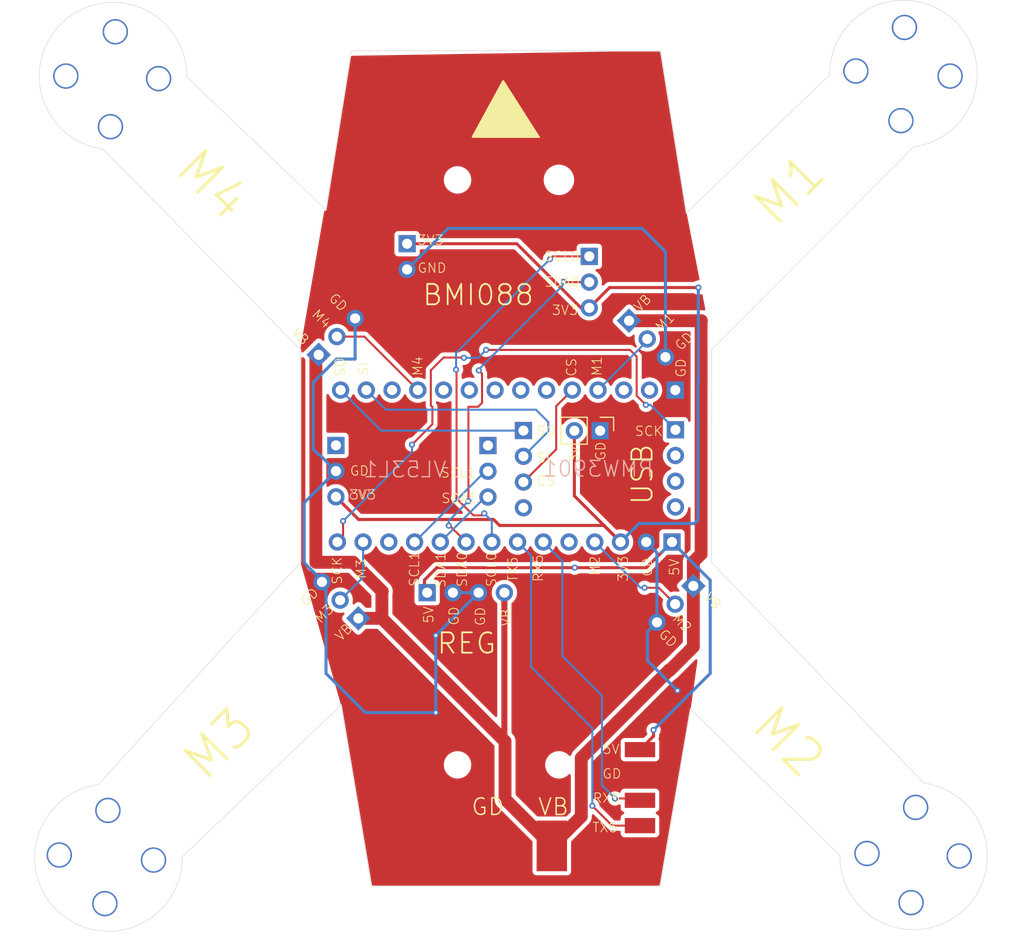
<source format=kicad_pcb>
(kicad_pcb (version 20241229) (generator "pcbnew") (generator_version "9.0")
  (layers (0 "F.Cu" signal) (2 "B.Cu" signal) (13 "F.Paste" user) (15 "B.Paste" user) (5 "F.SilkS" user "F.Silkscreen") (7 "B.SilkS" user "B.Silkscreen") (1 "F.Mask" user) (3 "B.Mask" user) (25 "Edge.Cuts" user))
  (net 0 "")
  (net 1 "/VBAT")
  (net 2 "/GND")
  (net 3 "/M1")
  (net 4 "/M2")
  (net 5 "/M4")
  (net 6 "/M3")
  (net 7 "/RX5")
  (net 8 "/3V3")
  (net 9 "/SDA0")
  (net 10 "/SDA1")
  (net 11 "/SCL1")
  (net 12 "/5V")
  (net 14 "/TX5")
  (net 15 "/SCL0")
  (net 16 "/SCK")
  (net 17 "/MISO")
  (net 21 "/MOSI")
  (net 24 "/CS")
  (net 34 "unconnected-(Teensy_bottom1-Pin_12-Pad12)")
  (footprint "MountingHole:MountingHole_2.2mm_M2" (layer "F.Cu") (at 161 119.25)
    (property "Reference" "POST_2" (hide yes))
    (property "Value" "MountingHole" (hide yes))
    (pad "" np_thru_hole circle (at 0 3.75) (size 2.2 2.2) (drill 2.2) (layers "*.Cu"))
  )
  (footprint "Connector_Wire:SolderWirePad_1x01_SMD_5x10mm" (layer "F.Cu") (at 169.1003 122.449487)
    (property "Reference" "GND_PAD19" (hide yes))
    (property "Value" "Conn_01x01")
    (pad "1" smd rect (at -0.1003 -0.949487) (size 3 1.5) (layers "F.Cu" "F.Mask" "F.Paste") (net 12 "/5V"))
  )
  (footprint "Connector_PinHeader_2.54mm:PinHeader_1x02_P2.54mm_Vertical" (layer "F.Cu") (at 149.021314 71.552144)
    (property "Reference" "PMW3901_PWR2" (hide yes))
    (property "Value" "Conn_01x02_Female" (hide yes))
    (pad "1" thru_hole rect (at -3 0) (size 1.7 1.7) (drill 1) (layers "*.Cu" "*.Mask") (net 8 "/3V3"))
    (pad "2" thru_hole circle (at -3 2.54) (size 1.7 1.7) (drill 1) (layers "*.Cu" "*.Mask") (net 2 "/GND"))
  )
  (footprint "MountingHole:MountingHole_2.2mm_M2" (layer "F.Cu") (at 190.014379 54.12988)
    (property "Reference" "M_1_3" (hide yes))
    (property "Value" "MountingHole")
    (pad "" np_thru_hole circle (at 0.285621 0.37012) (size 2.5 2.5) (drill 2.2) (layers "*.Cu"))
  )
  (footprint "Connector_Wire:SolderWirePad_1x01_SMD_5x10mm" (layer "F.Cu") (at 160.3 125.3)
    (property "Reference" "VB_PAD1" (hide yes))
    (property "Value" "Conn_01x01")
    (pad "1" smd rect (at 0 5.7) (size 3 5) (layers "F.Cu" "F.Mask" "F.Paste") (net 1 "/VBAT"))
  )
  (footprint "MountingHole:MountingHole_2.2mm_M2" (layer "F.Cu") (at 116.1 137)
    (property "Reference" "M_3_3" (hide yes))
    (property "Value" "MountingHole")
    (pad "" np_thru_hole circle (at 0.1 -0.3) (size 2.5 2.5) (drill 2.2) (layers "*.Cu"))
  )
  (footprint "MountingHole:MountingHole_2.2mm_M2" (layer "F.Cu") (at 111 132.25)
    (property "Reference" "M_3_1" (hide yes))
    (property "Value" "MountingHole")
    (pad "" np_thru_hole circle (at 0.7 -0.35) (size 2.5 2.5) (drill 2.2) (layers "*.Cu"))
  )
  (footprint "Connector_PinHeader_2.54mm:PinHeader_1x03_P2.54mm_Vertical" (layer "F.Cu") (at 174.265537 105.338106 -45)
    (property "Reference" "VL53L1_L3" (hide yes))
    (property "Value" "Conn_01x03_Female" (hide yes))
    (pad "1" thru_hole rect (at 0 0 315) (size 1.7 1.7) (drill 1) (layers "*.Cu" "*.Mask") (net 1 "/VBAT"))
    (pad "2" thru_hole circle (at 0 2.54 315) (size 1.7 1.7) (drill 1) (layers "*.Cu" "*.Mask") (net 4 "/M2"))
    (pad "3" thru_hole circle (at 0 5.079999 315) (size 1.7 1.7) (drill 1) (layers "*.Cu" "*.Mask") (net 2 "/GND"))
  )
  (footprint "MountingHole:MountingHole_2.2mm_M2" (layer "F.Cu") (at 192.4 131)
    (property "Reference" "M_2_4" (hide yes))
    (property "Value" "MountingHole")
    (pad "" np_thru_hole circle (at -1 0.75) (size 2.5 2.5) (drill 2.2) (layers "*.Cu"))
  )
  (footprint "MountingHole:MountingHole_2.2mm_M2" (layer "F.Cu") (at 196.5 137.25)
    (property "Reference" "M_2_3" (hide yes))
    (property "Value" "MountingHole")
    (pad "" np_thru_hole circle (at -0.75 -0.65) (size 2.5 2.5) (drill 2.2) (layers "*.Cu"))
  )
  (footprint "MountingHole:MountingHole_2.2mm_M2" (layer "F.Cu") (at 161 65.25)
    (property "Reference" "POST_1" (hide yes))
    (property "Value" "MountingHole" (hide yes))
    (pad "" np_thru_hole circle (at 0 0) (size 2.5 2.5) (drill 2.5) (layers "*.Cu"))
  )
  (footprint "MountingHole:MountingHole_2.2mm_M2" (layer "F.Cu") (at 121.5 132.158893)
    (property "Reference" "M_3_4" (hide yes))
    (property "Value" "MountingHole")
    (pad "" np_thru_hole circle (at -0.5 0.241107) (size 2.5 2.5) (drill 2.2) (layers "*.Cu"))
  )
  (footprint "MountingHole:MountingHole_2.2mm_M2" (layer "F.Cu") (at 116.75 60.25)
    (property "Reference" "M_4_4" (hide yes))
    (property "Value" "MountingHole")
    (pad "" np_thru_hole circle (at 0 -0.25) (size 2.5 2.5) (drill 2.2) (layers "*.Cu"))
  )
  (footprint "MountingHole:MountingHole_2.2mm_M2" (layer "F.Cu") (at 117.231605 50.627086)
    (property "Reference" "M_4_1" (hide yes))
    (property "Value" "MountingHole")
    (pad "" np_thru_hole circle (at 0 0) (size 2.5 2.5) (drill 2.2) (layers "*.Cu"))
  )
  (footprint "Connector_PinSocket_2.54mm:PinSocket_1x04_P2.54mm_Vertical" (layer "F.Cu") (at 157.5 90)
    (property "Reference" "PMW3901_R1" (hide yes))
    (property "Value" "Conn_01x04_Female" (hide yes))
    (pad "1" thru_hole rect (at 0 0) (size 1.7 1.7) (drill 1) (layers "*.Cu" "*.Mask") (net 17 "/MISO"))
    (pad "2" thru_hole oval (at 0 2.54) (size 1.7 1.7) (drill 1) (layers "*.Cu" "*.Mask") (net 21 "/MOSI"))
    (pad "3" thru_hole oval (at 0 5.08) (size 1.7 1.7) (drill 1) (layers "*.Cu" "*.Mask") (net 24 "/CS"))
    (pad "4" thru_hole oval (at 0 7.62) (size 1.7 1.7) (drill 1) (layers "*.Cu" "*.Mask"))
  )
  (footprint "Connector_PinHeader_2.54mm:PinHeader_1x03_P2.54mm_Vertical" (layer "F.Cu") (at 137.299059 82.516981 135)
    (property "Reference" "VL53L1_L4" (hide yes))
    (property "Value" "Conn_01x03_Female" (hide yes))
    (pad "1" thru_hole rect (at 0 0 135) (size 1.7 1.7) (drill 1) (layers "*.Cu" "*.Mask") (net 1 "/VBAT"))
    (pad "2" thru_hole circle (at 0 2.54 135) (size 1.7 1.7) (drill 1) (layers "*.Cu" "*.Mask") (net 5 "/M4"))
    (pad "3" thru_hole circle (at 0 5.079999 135) (size 1.7 1.7) (drill 1) (layers "*.Cu" "*.Mask") (net 2 "/GND"))
  )
  (footprint "MountingHole:MountingHole_2.2mm_M2" (layer "F.Cu") (at 201.75 131.4)
    (property "Reference" "M_2_2" (hide yes))
    (property "Value" "MountingHole")
    (pad "" np_thru_hole circle (at -1.25 0.6) (size 2.5 2.5) (drill 2.2) (layers "*.Cu"))
  )
  (footprint "MountingHole:MountingHole_2.2mm_M2" (layer "F.Cu") (at 196.25 127.5)
    (property "Reference" "M_2_1" (hide yes))
    (property "Value" "MountingHole")
    (pad "" np_thru_hole circle (at -0.05 -0.3) (size 2.5 2.5) (drill 2.2) (layers "*.Cu"))
  )
  (footprint "MountingHole:MountingHole_2.2mm_M2" (layer "F.Cu") (at 151 65.25)
    (property "Reference" "POST_4" (hide yes))
    (property "Value" "MountingHole" (hide yes))
    (pad "" np_thru_hole circle (at 0 0) (size 2.2 2.2) (drill 2.2) (layers "*.Cu"))
  )
  (footprint "MountingHole:MountingHole_5.5mm" (layer "F.Cu") (at 196.75 132.75)
    (property "Reference" "M2_center1" (hide yes))
    (property "Value" "MountingHole")
    (pad "" np_thru_hole circle (at -0.75 -0.75) (size 5.5 5.5) (drill 5.5) (layers "*.Cu" "*.Mask"))
  )
  (footprint "Connector_Wire:SolderWirePad_1x01_SMD_5x10mm" (layer "F.Cu") (at 169.104225 128.538826)
    (property "Reference" "GND_PAD20" (hide yes))
    (property "Value" "Conn_01x01")
    (pad "1" smd rect (at -0.104225 -2.038826) (size 3 1.5) (layers "F.Cu" "F.Mask" "F.Paste") (net 7 "/RX5"))
  )
  (footprint "MountingHole:MountingHole_2.2mm_M2" (layer "F.Cu") (at 200.287968 54.259925)
    (property "Reference" "M_1_2" (hide yes))
    (property "Value" "MountingHole")
    (pad "" np_thru_hole circle (at -0.687968 0.740075) (size 2.5 2.5) (drill 2.2) (layers "*.Cu"))
  )
  (footprint "MountingHole:MountingHole_2.2mm_M2" (layer "F.Cu") (at 151 119.25)
    (property "Reference" "POST_3" (hide yes))
    (property "Value" "MountingHole" (hide yes))
    (pad "" np_thru_hole circle (at 0 3.75) (size 2.2 2.2) (drill 2.2) (layers "*.Cu"))
  )
  (footprint "Connector_PinHeader_2.54mm:PinHeader_1x03_P2.54mm_Vertical" (layer "F.Cu") (at 141.210965 108.535396 -135)
    (property "Reference" "VL53L1_L5" (hide yes))
    (property "Value" "Conn_01x03_Female" (hide yes))
    (pad "1" thru_hole rect (at 0 0 225) (size 1.7 1.7) (drill 1) (layers "*.Cu" "*.Mask") (net 1 "/VBAT"))
    (pad "2" thru_hole circle (at 0 2.54 225) (size 1.7 1.7) (drill 1) (layers "*.Cu" "*.Mask") (net 6 "/M3"))
    (pad "3" thru_hole circle (at 0 5.079999 225) (size 1.7 1.7) (drill 1) (layers "*.Cu" "*.Mask") (net 2 "/GND"))
  )
  (footprint "MountingHole:MountingHole_2.2mm_M2" (layer "F.Cu") (at 194.703926 60.157936)
    (property "Reference" "M_1_4" (hide yes))
    (property "Value" "MountingHole")
    (pad "" np_thru_hole circle (at 0.046074 -0.757936) (size 2.5 2.5) (drill 2.2) (layers "*.Cu"))
  )
  (footprint "MountingHole:MountingHole_5.5mm" (layer "F.Cu") (at 117 55.25)
    (property "Reference" "M4_center1" (hide yes))
    (property "Value" "MountingHole")
    (pad "" np_thru_hole circle (at 0 0) (size 5.5 5.5) (drill 5.5) (layers "*.Cu"))
  )
  (footprint "Connector_PinHeader_2.54mm:PinHeader_1x03_P2.54mm_Vertical" (layer "F.Cu") (at 163.272781 72.801477)
    (property "Reference" "Motor5" (hide yes))
    (property "Value" "Conn_01x03_Female" (hide yes))
    (pad "1" thru_hole rect (at 0.727219 0) (size 1.7 1.7) (drill 1) (layers "*.Cu" "*.Mask") (net 15 "/SCL0"))
    (pad "2" thru_hole circle (at 0.727219 2.54) (size 1.7 1.7) (drill 1) (layers "*.Cu" "*.Mask") (net 9 "/SDA0"))
    (pad "3" thru_hole circle (at 0.727219 5.08) (size 1.7 1.7) (drill 1) (layers "*.Cu" "*.Mask") (net 8 "/3V3"))
  )
  (footprint "Connector_PinHeader_2.54mm:PinHeader_1x02_P2.54mm_Vertical" (layer "F.Cu") (at 165.067184 90.013594 -90)
    (property "Reference" "PMW3901_PWR1" (hide yes))
    (property "Value" "Conn_01x02_Female")
    (fp_line (start -1.33 3.87) (end 1.33 3.87) (stroke (width 0.12)) (layer "F.SilkS"))
    (fp_line (start -1.33 1.27) (end -1.33 3.87) (stroke (width 0.12)) (layer "F.SilkS"))
    (fp_line (start -1.33 1.27) (end 1.33 1.27) (stroke (width 0.12)) (layer "F.SilkS"))
    (fp_line (start 1.33 1.27) (end 1.33 3.87) (stroke (width 0.12)) (layer "F.SilkS"))
    (fp_line (start -1.33 0) (end -1.33 -1.33) (stroke (width 0.12)) (layer "F.SilkS"))
    (fp_line (start -1.33 -1.33) (end 0 -1.33) (stroke (width 0.12)) (layer "F.SilkS"))
    (pad "1" thru_hole rect (at 0 0 270) (size 1.7 1.7) (drill 1) (layers "*.Cu" "*.Mask") (net 2 "/GND"))
    (pad "2" thru_hole oval (at 0 2.54 270) (size 1.7 1.7) (drill 1) (layers "*.Cu" "*.Mask") (net 8 "/3V3"))
  )
  (footprint "Connector_PinHeader_2.54mm:PinHeader_1x03_P2.54mm_Vertical" (layer "F.Cu") (at 139 91.46)
    (property "Reference" "VL53L1_L1" (hide yes))
    (property "Value" "Conn_01x03_Female" (hide yes))
    (pad "1" thru_hole rect (at 0 0) (size 1.7 1.7) (drill 1) (layers "*.Cu" "*.Mask"))
    (pad "2" thru_hole oval (at 0 2.54) (size 1.7 1.7) (drill 1) (layers "*.Cu" "*.Mask") (net 2 "/GND"))
    (pad "3" thru_hole oval (at 0 5.08) (size 1.7 1.7) (drill 1) (layers "*.Cu" "*.Mask") (net 8 "/3V3"))
  )
  (footprint "Connector_PinSocket_2.54mm:PinSocket_1x14_P2.54mm_Vertical" (layer "F.Cu") (at 172.16 101 -90)
    (property "Reference" "Teensy_bottom1" (hide yes))
    (property "Value" "Conn_01x14_Female" (hide yes))
    (pad "1" thru_hole rect (at 0 0 270) (size 1.7 1.7) (drill 1) (layers "*.Cu" "*.Mask") (net 12 "/5V"))
    (pad "2" thru_hole oval (at 0 2.54 270) (size 1.7 1.7) (drill 1) (layers "*.Cu" "*.Mask") (net 2 "/GND"))
    (pad "3" thru_hole oval (at 0 5.08 270) (size 1.7 1.7) (drill 1) (layers "*.Cu" "*.Mask") (net 8 "/3V3"))
    (pad "4" thru_hole oval (at 0 7.62 270) (size 1.7 1.7) (drill 1) (layers "*.Cu" "*.Mask") (net 4 "/M2"))
    (pad "5" thru_hole oval (at 0 10.16 270) (size 1.7 1.7) (drill 1) (layers "*.Cu" "*.Mask"))
    (pad "6" thru_hole oval (at 0 12.7 270) (size 1.7 1.7) (drill 1) (layers "*.Cu" "*.Mask") (net 7 "/RX5"))
    (pad "7" thru_hole oval (at 0 15.24 270) (size 1.7 1.7) (drill 1) (layers "*.Cu" "*.Mask") (net 14 "/TX5"))
    (pad "8" thru_hole oval (at 0 17.78 270) (size 1.7 1.7) (drill 1) (layers "*.Cu" "*.Mask") (net 15 "/SCL0"))
    (pad "9" thru_hole oval (at 0 20.32 270) (size 1.7 1.7) (drill 1) (layers "*.Cu" "*.Mask") (net 9 "/SDA0"))
    (pad "10" thru_hole oval (at 0 22.86 270) (size 1.7 1.7) (drill 1) (layers "*.Cu" "*.Mask") (net 10 "/SDA1"))
    (pad "11" thru_hole oval (at 0 25.4 270) (size 1.7 1.7) (drill 1) (layers "*.Cu" "*.Mask") (net 11 "/SCL1"))
    (pad "12" thru_hole oval (at 0 27.94 270) (size 1.7 1.7) (drill 1) (layers "*.Cu" "*.Mask") (net 34 "unconnected-(Teensy_bottom1-Pin_12-Pad12)"))
    (pad "13" thru_hole oval (at 0 30.48 270) (size 1.7 1.7) (drill 1) (layers "*.Cu" "*.Mask") (net 6 "/M3"))
    (pad "14" thru_hole oval (at 0 33.02 270) (size 1.7 1.7) (drill 1) (layers "*.Cu" "*.Mask") (net 16 "/SCK"))
  )
  (footprint "Connector_Wire:SolderWirePad_1x01_SMD_5x10mm" (layer "F.Cu") (at 153.75 125.3)
    (property "Reference" "GND_PAD1" (hide yes))
    (property "Value" "Conn_01x01")
    (pad "1" smd rect (at 0 5.7) (size 3 5) (layers "F.Cu" "F.Mask" "F.Paste") (net 2 "/GND"))
  )
  (footprint "MountingHole:MountingHole_5.5mm" (layer "F.Cu") (at 195 54.788897)
    (property "Reference" "M1_center1" (hide yes))
    (property "Value" "MountingHole")
    (pad "" np_thru_hole circle (at 0 0) (size 5.5 5.5) (drill 5.5) (layers "*.Cu"))
  )
  (footprint "Connector_Wire:SolderWirePad_1x01_SMD_5x10mm" (layer "F.Cu") (at 169.199254 126.077845)
    (property "Reference" "GND_PAD18" (hide yes))
    (property "Value" "Conn_01x01")
    (pad "1" smd rect (at -0.199254 -2.077845) (size 3 1.5) (layers "F.Cu" "F.Mask" "F.Paste") (net 2 "/GND"))
  )
  (footprint "MountingHole:MountingHole_2.2mm_M2" (layer "F.Cu") (at 121.75 54.5)
    (property "Reference" "M_4_3" (hide yes))
    (property "Value" "MountingHole")
    (pad "" np_thru_hole circle (at -0.25 0.75) (size 2.5 2.5) (drill 2.2) (layers "*.Cu"))
  )
  (footprint "Connector_PinHeader_2.54mm:PinHeader_1x03_P2.54mm_Vertical" (layer "F.Cu") (at 167.921245 79.154111 45)
    (property "Reference" "VL53L1_L2" (hide yes))
    (property "Value" "Conn_01x03_Female" (hide yes))
    (pad "1" thru_hole rect (at 0 0 45) (size 1.7 1.7) (drill 1) (layers "*.Cu" "*.Mask") (net 1 "/VBAT"))
    (pad "2" thru_hole circle (at 0 2.54 45) (size 1.7 1.7) (drill 1) (layers "*.Cu" "*.Mask") (net 3 "/M1"))
    (pad "3" thru_hole circle (at 0 5.079999 45) (size 1.7 1.7) (drill 1) (layers "*.Cu" "*.Mask") (net 2 "/GND"))
  )
  (footprint "Connector_PinSocket_2.54mm:PinSocket_1x04_P2.54mm_Vertical" (layer "F.Cu") (at 148 106 90)
    (property "Reference" "REG1" (hide yes))
    (property "Value" "Conn_01x04_Female" (hide yes))
    (pad "1" thru_hole rect (at 0 0 90) (size 1.7 1.7) (drill 1) (layers "*.Cu" "*.Mask") (net 12 "/5V"))
    (pad "2" thru_hole oval (at 0 2.54 90) (size 1.7 1.7) (drill 1) (layers "*.Cu" "*.Mask") (net 2 "/GND"))
    (pad "3" thru_hole oval (at 0 5.08 90) (size 1.7 1.7) (drill 1) (layers "*.Cu" "*.Mask") (net 2 "/GND"))
    (pad "4" thru_hole oval (at 0 7.62 90) (size 1.7 1.7) (drill 1) (layers "*.Cu" "*.Mask") (net 1 "/VBAT"))
  )
  (footprint "MountingHole:MountingHole_5.5mm" (layer "F.Cu") (at 116.4 132.158893)
    (property "Reference" "M3_center1" (hide yes))
    (property "Value" "MountingHole")
    (pad "" np_thru_hole circle (at 0 0) (size 5.5 5.5) (drill 5.5) (layers "*.Cu"))
  )
  (footprint "MountingHole:MountingHole_2.2mm_M2" (layer "F.Cu") (at 194.521128 49.533448)
    (property "Reference" "M_1_1" (hide yes))
    (property "Value" "MountingHole")
    (pad "" np_thru_hole circle (at 0.578872 0.666552) (size 2.5 2.5) (drill 2.2) (layers "*.Cu"))
  )
  (footprint "MountingHole:MountingHole_2.2mm_M2" (layer "F.Cu") (at 112.35 55.5)
    (property "Reference" "M_4_2" (hide yes))
    (property "Value" "MountingHole")
    (pad "" np_thru_hole circle (at 0 -0.5) (size 2.5 2.5) (drill 2.2) (layers "*.Cu"))
  )
  (footprint "Connector_PinSocket_2.54mm:PinSocket_1x14_P2.54mm_Vertical" (layer "F.Cu") (at 172.48 86 -90)
    (property "Reference" "Teensy_top1" (hide yes))
    (property "Value" "Conn_01x14_Female" (hide yes))
    (pad "1" thru_hole rect (at 0 0 270) (size 1.7 1.7) (drill 1) (layers "*.Cu" "*.Mask") (net 2 "/GND"))
    (pad "2" thru_hole oval (at 0 2.54 270) (size 1.7 1.7) (drill 1) (layers "*.Cu" "*.Mask"))
    (pad "3" thru_hole oval (at 0 5.08 270) (size 1.7 1.7) (drill 1) (layers "*.Cu" "*.Mask"))
    (pad "4" thru_hole oval (at 0 7.62 270) (size 1.7 1.7) (drill 1) (layers "*.Cu" "*.Mask") (net 3 "/M1"))
    (pad "5" thru_hole oval (at 0 10.16 270) (size 1.7 1.7) (drill 1) (layers "*.Cu" "*.Mask") (net 24 "/CS"))
    (pad "6" thru_hole oval (at 0 12.7 270) (size 1.7 1.7) (drill 1) (layers "*.Cu" "*.Mask"))
    (pad "7" thru_hole oval (at 0 15.24 270) (size 1.7 1.7) (drill 1) (layers "*.Cu" "*.Mask"))
    (pad "8" thru_hole oval (at 0 17.78 270) (size 1.7 1.7) (drill 1) (layers "*.Cu" "*.Mask"))
    (pad "9" thru_hole oval (at 0 20.32 270) (size 1.7 1.7) (drill 1) (layers "*.Cu" "*.Mask"))
    (pad "10" thru_hole oval (at 0 22.86 270) (size 1.7 1.7) (drill 1) (layers "*.Cu" "*.Mask"))
    (pad "11" thru_hole oval (at 0 25.4 270) (size 1.7 1.7) (drill 1) (layers "*.Cu" "*.Mask") (net 5 "/M4"))
    (pad "12" thru_hole oval (at 0 27.94 270) (size 1.7 1.7) (drill 1) (layers "*.Cu" "*.Mask"))
    (pad "13" thru_hole oval (at 0 30.48 270) (size 1.7 1.7) (drill 1) (layers "*.Cu" "*.Mask") (net 21 "/MOSI"))
    (pad "14" thru_hole oval (at 0 33.02 270) (size 1.7 1.7) (drill 1) (layers "*.Cu" "*.Mask") (net 17 "/MISO"))
  )
  (footprint "Connector_PinSocket_2.54mm:PinSocket_1x04_P2.54mm_Vertical" (layer "F.Cu") (at 172.5 89.92)
    (property "Reference" "PMW3901_L1" (hide yes))
    (property "Value" "Conn_01x04_Female" (hide yes))
    (pad "1" thru_hole rect (at 0 0) (size 1.7 1.7) (drill 1) (layers "*.Cu" "*.Mask") (net 16 "/SCK"))
    (pad "2" thru_hole oval (at 0 2.54) (size 1.7 1.7) (drill 1) (layers "*.Cu" "*.Mask"))
    (pad "3" thru_hole oval (at 0 5.08) (size 1.7 1.7) (drill 1) (layers "*.Cu" "*.Mask"))
    (pad "4" thru_hole oval (at 0 7.62) (size 1.7 1.7) (drill 1) (layers "*.Cu" "*.Mask"))
  )
  (footprint "Connector_PinHeader_2.54mm:PinHeader_1x03_P2.54mm_Vertical" (layer "F.Cu") (at 154 91.475)
    (property "Reference" "VL53L1_R1" (hide yes))
    (property "Value" "Conn_01x03_Female" (hide yes))
    (pad "1" thru_hole rect (at 0 0) (size 1.7 1.7) (drill 1) (layers "*.Cu" "*.Mask"))
    (pad "2" thru_hole oval (at 0 2.54) (size 1.7 1.7) (drill 1) (layers "*.Cu" "*.Mask") (net 11 "/SCL1"))
    (pad "3" thru_hole oval (at 0 5.08) (size 1.7 1.7) (drill 1) (layers "*.Cu" "*.Mask") (net 10 "/SDA1"))
  )
  (footprint "MountingHole:MountingHole_2.2mm_M2" (layer "F.Cu") (at 116.5 127.5)
    (property "Reference" "M_3_2" (hide yes))
    (property "Value" "MountingHole")
    (pad "" np_thru_hole circle (at 0 0) (size 2.5 2.5) (drill 2.2) (layers "*.Cu"))
  )
  (footprint "Connector_Wire:SolderWirePad_1x01_SMD_5x10mm" (layer "F.Cu") (at 169.184771 131.011722)
    (property "Reference" "GND_PAD21" (hide yes))
    (property "Value" "Conn_01x01")
    (pad "1" smd rect (at -0.184771 -2.011722) (size 3 1.5) (layers "F.Cu" "F.Mask" "F.Paste") (net 14 "/TX5"))
  )
  (gr_poly (pts (xy 155.5 55.5) (xy 152.5 61) (xy 159 61)) (stroke (width 0.2)) (fill yes) (layer "F.SilkS"))
  (gr_line (start 135.5 82) (end 135.5 103) (stroke (width 0.05)) (layer "Edge.Cuts"))
  (gr_arc (start 116.000829 62.205143) (mid 112.249932 49.490982) (end 124.273737 55.071953) (stroke (width 0.05)) (layer "Edge.Cuts"))
  (gr_line (start 139.5 117.1) (end 123.824805 132.08694) (stroke (width 0.05)) (layer "Edge.Cuts"))
  (gr_line (start 142.5 135) (end 171 135) (stroke (width 0.05)) (layer "Edge.Cuts"))
  (gr_line (start 174 117.5) (end 171 135) (stroke (width 0.05)) (layer "Edge.Cuts"))
  (gr_line (start 176.042513 103) (end 196.999173 124.794857) (stroke (width 0.05)) (layer "Edge.Cuts"))
  (gr_line (start 140.5 52.5) (end 171.051803 52.497324) (stroke (width 0.05)) (layer "Edge.Cuts"))
  (gr_arc (start 187.726263 54.86085) (mid 199.750067 49.279878) (end 195.999173 61.99404) (stroke (width 0.05)) (layer "Edge.Cuts"))
  (gr_line (start 140.5 52.5) (end 138 68.2) (stroke (width 0.05)) (layer "Edge.Cuts"))
  (gr_line (start 171.051803 52.497324) (end 173.6 68.5) (stroke (width 0.05)) (layer "Edge.Cuts"))
  (gr_line (start 124.273737 55.071953) (end 138 68.2) (stroke (width 0.05)) (layer "Edge.Cuts"))
  (gr_arc (start 123.824805 132.08694) (mid 111.801001 137.667912) (end 115.551895 124.95375) (stroke (width 0.05)) (layer "Edge.Cuts"))
  (gr_line (start 174 117.5) (end 188.726263 131.928047) (stroke (width 0.05)) (layer "Edge.Cuts"))
  (gr_line (start 176.079081 82) (end 176.042513 103) (stroke (width 0.05)) (layer "Edge.Cuts"))
  (gr_line (start 195.999185 61.99404) (end 176.079081 82) (stroke (width 0.05)) (layer "Edge.Cuts"))
  (gr_line (start 139.5 117.1) (end 142.5 135) (stroke (width 0.05)) (layer "Edge.Cuts"))
  (gr_line (start 187.726263 54.86085) (end 173.6 68.5) (stroke (width 0.05)) (layer "Edge.Cuts"))
  (gr_line (start 135.5 103) (end 115.551895 124.95375) (stroke (width 0.05)) (layer "Edge.Cuts"))
  (gr_arc (start 196.999173 124.794857) (mid 200.750067 137.509019) (end 188.726263 131.928047) (stroke (width 0.05)) (layer "Edge.Cuts"))
  (gr_line (start 116.000836 62.205143) (end 135.5 82) (stroke (width 0.05)) (layer "Edge.Cuts"))
  (gr_text "" (at 149.4 100.04 0) (layer "F.Cu") (effects (font (size 0.93472 0.93472) (thickness 0.08128)) (justify left bottom)))
  (gr_text "3V" (at 163.107899 93.242123 90) (layer "F.SilkS") (effects (font (size 0.93472 0.93472) (thickness 0.08128)) (justify left bottom)))
  (gr_text "GD" (at 173.5893 84.807927 90) (layer "F.SilkS") (effects (font (size 0.93472 0.93472) (thickness 0.08128)) (justify left bottom)))
  (gr_text "VB" (at 139.5 110.947437 45) (layer "F.SilkS") (effects (font (size 0.93472 0.93472) (thickness 0.08128)) (justify left bottom)))
  (gr_text "SI" (at 158.75 93.25 0) (layer "F.SilkS") (effects (font (size 0.93472 0.93472) (thickness 0.08128)) (justify left bottom)))
  (gr_text "GD" (at 165.245197 124.432077 0) (layer "F.SilkS") (effects (font (size 0.93472 0.93472) (thickness 0.08128)) (justify left bottom)))
  (gr_text "USB" (at 168.053567 91.19 90) (layer "F.SilkS") (effects (font (size 2.009648 2.009648) (thickness 0.174752)) (justify right top)))
  (gr_text "GND" (at 147 74.497516 0) (layer "F.SilkS") (effects (font (size 0.93472 0.93472) (thickness 0.08128)) (justify left bottom)))
  (gr_text "SO" (at 139.943025 84.704518 90) (layer "F.SilkS") (effects (font (size 0.93472 0.93472) (thickness 0.08128)) (justify left bottom)))
  (gr_text "5V" (at 172.947873 104.385783 90) (layer "F.SilkS") (effects (font (size 0.93472 0.93472) (thickness 0.08128)) (justify left bottom)))
  (gr_text "SCL0" (at 159.5 73.338614 0) (layer "F.SilkS") (effects (font (size 0.93472 0.93472) (thickness 0.08128)) (justify left bottom)))
  (gr_text "BMI088" (at 147.420026 77.786935 0) (layer "F.SilkS") (effects (font (size 2.009648 2.009648) (thickness 0.174752)) (justify left bottom)))
  (gr_text "SDA0" (at 159.5 75.869672 0) (layer "F.SilkS") (effects (font (size 0.93472 0.93472) (thickness 0.08128)) (justify left bottom)))
  (gr_text "5V" (at 148.696099 109.083989 90) (layer "F.SilkS") (effects (font (size 0.93472 0.93472) (thickness 0.08128)) (justify left bottom)))
  (gr_text "RX5\n" (at 159.5 105 90) (layer "F.SilkS") (effects (font (size 0.93472 0.93472) (thickness 0.08128)) (justify left bottom)))
  (gr_text "SDA0" (at 152 105.5 90) (layer "F.SilkS") (effects (font (size 0.93472 0.93472) (thickness 0.08128)) (justify left bottom)))
  (gr_text "SO" (at 158.75 90.579619 0) (layer "F.SilkS") (effects (font (size 0.93472 0.93472) (thickness 0.08128)) (justify left bottom)))
  (gr_text "SDA1" (at 149.882603 105.581413 90) (layer "F.SilkS") (effects (font (size 0.93472 0.93472) (thickness 0.08128)) (justify left bottom)))
  (gr_text "M3\n" (at 142.050691 104.703286 90) (layer "F.SilkS") (effects (font (size 0.93472 0.93472) (thickness 0.08128)) (justify left bottom)))
  (gr_text "M3" (at 137.5 109.193487 45) (layer "F.SilkS") (effects (font (size 0.93472 0.93472) (thickness 0.08128)) (justify left bottom)))
  (gr_text "VB" (at 168.993593 78.431565 45) (layer "F.SilkS") (effects (font (size 0.93472 0.93472) (thickness 0.08128)) (justify left bottom)))
  (gr_text "TX5\n" (at 157 105 90) (layer "F.SilkS") (effects (font (size 0.93472 0.93472) (thickness 0.08128)) (justify left bottom)))
  (gr_text "M4" (at 131 67 315) (layer "F.SilkS") (effects (font (size 3.5052 3.5052) (thickness 0.3048)) (justify right top)))
  (gr_text "M4" (at 147.619585 84.67 90) (layer "F.SilkS") (effects (font (size 0.93472 0.93472) (thickness 0.08128)) (justify left bottom)))
  (gr_text "SCL1\n" (at 147.285795 105.459416 90) (layer "F.SilkS") (effects (font (size 0.93472 0.93472) (thickness 0.08128)) (justify left bottom)))
  (gr_text "3V3" (at 167.879842 104.984959 90) (layer "F.SilkS") (effects (font (size 0.93472 0.93472) (thickness 0.08128)) (justify left bottom)))
  (gr_text "GD" (at 172.850334 110.821546 315) (layer "F.SilkS") (effects (font (size 0.93472 0.93472) (thickness 0.08128)) (justify right top)))
  (gr_text "M2" (at 187.850628 122.007027 315) (layer "F.SilkS") (effects (font (size 3.5052 3.5052) (thickness 0.3048)) (justify right top)))
  (gr_text "M2" (at 174.265537 109.330404 315) (layer "F.SilkS") (effects (font (size 0.93472 0.93472) (thickness 0.08128)) (justify right top)))
  (gr_text "M1" (at 171.125726 80.406977 45) (layer "F.SilkS") (effects (font (size 0.93472 0.93472) (thickness 0.08128)) (justify left bottom)))
  (gr_text "SCK" (at 168.447513 90.603329 0) (layer "F.SilkS") (effects (font (size 0.93472 0.93472) (thickness 0.08128)) (justify left bottom)))
  (gr_text "GD" (at 165.669851 93.015556 90) (layer "F.SilkS") (effects (font (size 0.93472 0.93472) (thickness 0.08128)) (justify left bottom)))
  (gr_text "SDA1" (at 149.355192 97.227115 0) (layer "F.SilkS") (effects (font (size 0.93472 0.93472) (thickness 0.08128)) (justify left bottom)))
  (gr_text "GD" (at 151.192666 109.292036 90) (layer "F.SilkS") (effects (font (size 0.93472 0.93472) (thickness 0.08128)) (justify left bottom)))
  (gr_text "VB" (at 136.530046 80.961726 315) (layer "F.SilkS") (effects (font (size 0.93472 0.93472) (thickness 0.08128)) (justify right top)))
  (gr_text "RX5\n" (at 164.29854 126.825976 0) (layer "F.SilkS") (effects (font (size 0.93472 0.93472) (thickness 0.08128)) (justify left bottom)))
  (gr_text "REG" (at 148.853672 112.181807 0) (layer "F.SilkS") (effects (font (size 2.009648 2.009648) (thickness 0.174752)) (justify left bottom)))
  (gr_text "M4" (at 138.683919 79.304901 315) (layer "F.SilkS") (effects (font (size 0.93472 0.93472) (thickness 0.08128)) (justify right top)))
  (gr_text "GD" (at 140.33 94.519504 0) (layer "F.SilkS") (effects (font (size 0.93472 0.93472) (thickness 0.08128)) (justify left bottom)))
  (gr_text "SCK" (at 139.66826 105.25 90) (layer "F.SilkS") (effects (font (size 0.93472 0.93472) (thickness 0.08128)) (justify left bottom)))
  (gr_text "5V" (at 165.245197 121.995429 0) (layer "F.SilkS") (effects (font (size 0.93472 0.93472) (thickness 0.08128)) (justify left bottom)))
  (gr_text "TX5\n" (at 164.243583 129.732855 0) (layer "F.SilkS") (effects (font (size 0.93472 0.93472) (thickness 0.08128)) (justify left bottom)))
  (gr_text "SI" (at 142.255677 84.600966 90) (layer "F.SilkS") (effects (font (size 0.93472 0.93472) (thickness 0.08128)) (justify left bottom)))
  (gr_text "GD" (at 153.793257 109.333645 90) (layer "F.SilkS") (effects (font (size 0.93472 0.93472) (thickness 0.08128)) (justify left bottom)))
  (gr_text "GD" (at 140.299323 77.648076 315) (layer "F.SilkS") (effects (font (size 0.93472 0.93472) (thickness 0.08128)) (justify right top)))
  (gr_text "M3" (at 128.750551 116.723653 45) (layer "F.SilkS") (effects (font (size 3.5052 3.5052) (thickness 0.3048)) (justify right top)))
  (gr_text "VB" (at 156.352238 109.375255 90) (layer "F.SilkS") (effects (font (size 0.93472 0.93472) (thickness 0.08128)) (justify left bottom)))
  (gr_text "VB" (at 158.843874 128.1 0) (layer "F.SilkS") (effects (font (size 1.63576 1.63576) (thickness 0.14224)) (justify left bottom)))
  (gr_text "3V3" (at 160.25 78.66043 0) (layer "F.SilkS") (effects (font (size 0.93472 0.93472) (thickness 0.08128)) (justify left bottom)))
  (gr_text "GD" (at 152.264692 128.1 0) (layer "F.SilkS") (effects (font (size 1.63576 1.63576) (thickness 0.14224)) (justify left bottom)))
  (gr_text "GD" (at 170.268596 104.477695 90) (layer "F.SilkS") (effects (font (size 0.93472 0.93472) (thickness 0.08128)) (justify left bottom)))
  (gr_text "M1" (at 185 61.99404 45) (layer "F.SilkS") (effects (font (size 3.5052 3.5052) (thickness 0.3048)) (justify right top)))
  (gr_text "M1" (at 165.29528 84.67 90) (layer "F.SilkS") (effects (font (size 0.93472 0.93472) (thickness 0.08128)) (justify left bottom)))
  (gr_text "CS" (at 158.75 95.5 0) (layer "F.SilkS") (effects (font (size 0.93472 0.93472) (thickness 0.08128)) (justify left bottom)))
  (gr_text "VB" (at 177.224353 107.09369 315) (layer "F.SilkS") (effects (font (size 0.93472 0.93472) (thickness 0.08128)) (justify right top)))
  (gr_text "CS" (at 162.786265 84.716917 90) (layer "F.SilkS") (effects (font (size 0.93472 0.93472) (thickness 0.08128)) (justify left bottom)))
  (gr_text "GD" (at 173.049969 82.271074 45) (layer "F.SilkS") (effects (font (size 0.93472 0.93472) (thickness 0.08128)) (justify left bottom)))
  (gr_text "3V3" (at 147 71.727516 0) (layer "F.SilkS") (effects (font (size 0.93472 0.93472) (thickness 0.08128)) (justify left bottom)))
  (gr_text "GD" (at 136.074047 107.522985 45) (layer "F.SilkS") (effects (font (size 0.93472 0.93472) (thickness 0.08128)) (justify left bottom)))
  (gr_text "M2" (at 165.108653 104.385783 90) (layer "F.SilkS") (effects (font (size 0.93472 0.93472) (thickness 0.08128)) (justify left bottom)))
  (gr_text "3V3" (at 140.33 96.88048 0) (layer "F.SilkS") (effects (font (size 0.93472 0.93472) (thickness 0.08128)) (justify left bottom)))
  (gr_text "SCL1\n" (at 149.295266 94.710236 0) (layer "F.SilkS") (effects (font (size 0.93472 0.93472) (thickness 0.08128)) (justify left bottom)))
  (gr_text "SCL0" (at 154.892914 105.493345 90) (layer "F.SilkS") (effects (font (size 0.93472 0.93472) (thickness 0.08128)) (justify left bottom)))
  (gr_text "PMW3901" (at 170.424863 94.67651 0) (layer "B.SilkS") (effects (font (size 1.542288 1.542288) (thickness 0.134112)) (justify left bottom mirror)))
  (gr_text "3V3" (at 142.883219 96.86756 0) (layer "B.SilkS") (effects (font (size 0.93472 0.93472) (thickness 0.08128)) (justify left bottom mirror)))
  (gr_text "VL53L1" (at 150.002192 94.748421 0) (layer "B.SilkS") (effects (font (size 1.542288 1.542288) (thickness 0.134112)) (justify left bottom mirror)))
  (segment (start 174.265537 105.338106) (end 174.265537 111.342346) (width 1.27) (layer "F.Cu") (net 1))
  (segment (start 160.3 131) (end 155.682985 126.382985) (width 1.27) (layer "F.Cu") (net 1))
  (segment (start 137.018665 102.99912) (end 140.689695 102.99912) (width 1.27) (layer "F.Cu") (net 1))
  (segment (start 155.62 120.62) (end 155.62 106) (width 0.6) (layer "F.Cu") (net 1))
  (segment (start 163.21014 122.319455) (end 163.21014 128.08986) (width 1.27) (layer "F.Cu") (net 1))
  (segment (start 137.018665 82.797375) (end 137.018665 102.99912) (width 1.27) (layer "F.Cu") (net 1))
  (segment (start 175.030951 79.171479) (end 175.047492 79.154938) (width 1.27) (layer "F.Cu") (net 1))
  (segment (start 175.047492 79.154938) (end 175.046665 79.154111) (width 1.27) (layer "F.Cu") (net 1))
  (segment (start 137.299059 82.516981) (end 137.018665 82.797375) (width 1.27) (layer "F.Cu") (net 1))
  (segment (start 143.567792 105.877217) (end 143.535396 105.909613) (width 1.27) (layer "F.Cu") (net 1))
  (segment (start 175.030951 102.186761) (end 175.030951 79.171479) (width 1.27) (layer "F.Cu") (net 1))
  (segment (start 171.955287 113.652596) (end 171.876999 113.652596) (width 1.27) (layer "F.Cu") (net 1))
  (segment (start 175.046665 79.154111) (end 167.921245 79.154111) (width 1.27) (layer "F.Cu") (net 1))
  (segment (start 163.21014 128.08986) (end 160.3 131) (width 1.27) (layer "F.Cu") (net 1))
  (segment (start 174.265537 102.952175) (end 174.265537 105.338106) (width 1.27) (layer "F.Cu") (net 1))
  (segment (start 171.876999 113.652596) (end 163.21014 122.319455) (width 1.27) (layer "F.Cu") (net 1))
  (segment (start 175.030951 102.186761) (end 174.265537 102.952175) (width 1.27) (layer "F.Cu") (net 1))
  (segment (start 155.682985 126.382985) (end 155.682985 120.682985) (width 1.27) (layer "F.Cu") (net 1))
  (segment (start 155.682985 120.682985) (end 143.535396 108.535396) (width 1.27) (layer "F.Cu") (net 1))
  (segment (start 143.535396 105.909613) (end 143.535396 108.535396) (width 1.27) (layer "F.Cu") (net 1))
  (segment (start 140.689695 102.99912) (end 143.567792 105.877217) (width 1.27) (layer "F.Cu") (net 1))
  (segment (start 143.535396 108.535396) (end 141.210965 108.535396) (width 1.27) (layer "F.Cu") (net 1))
  (segment (start 174.265537 111.342346) (end 171.955287 113.652596) (width 1.27) (layer "F.Cu") (net 1))
  (segment (start 141.68 108.725546) (end 141.612039 108.793507) (width 0.2) (layer "B.Cu") (net 1))
  (segment (start 146.021314 74.092144) (end 141.188579 78.924879) (width 0.3) (layer "F.Cu") (net 2))
  (segment (start 172.410137 115.95722) (end 172.410137 121.88037) (width 0.3) (layer "F.Cu") (net 2))
  (segment (start 171.547364 88.032268) (end 169.566038 90.013594) (width 0.3) (layer "F.Cu") (net 2))
  (segment (start 172.700081 115.667276) (end 172.410137 115.95722) (width 0.3) (layer "F.Cu") (net 2))
  (segment (start 148.853672 117.840312) (end 148.853672 117.468963) (width 0.3) (layer "F.Cu") (net 2))
  (segment (start 141.188579 78.924879) (end 140.891161 78.924879) (width 0.3) (layer "F.Cu") (net 2))
  (segment (start 172.410137 121.88037) (end 170.290507 124) (width 0.3) (layer "F.Cu") (net 2))
  (segment (start 148.853672 126.103672) (end 151.75 129) (width 0.3) (layer "F.Cu") (net 2))
  (segment (start 148.853672 117.840312) (end 148.853672 126.103672) (width 0.3) (layer "F.Cu") (net 2))
  (segment (start 171.547364 88.032268) (end 172.48 87.099633) (width 0.3) (layer "F.Cu") (net 2))
  (segment (start 172.48 87.099633) (end 172.48 86) (width 0.3) (layer "F.Cu") (net 2))
  (segment (start 165.067184 90.013594) (end 165.067184 96.447184) (width 0.3) (layer "F.Cu") (net 2))
  (segment (start 151.75 129) (end 153.75 131) (width 0.3) (layer "F.Cu") (net 2))
  (segment (start 172.48 83.712866) (end 171.513347 82.746213) (width 0.3) (layer "F.Cu") (net 2))
  (segment (start 165.067184 96.447184) (end 169.62 101) (width 0.3) (layer "F.Cu") (net 2))
  (segment (start 170.290507 124) (end 169 124) (width 0.3) (layer "F.Cu") (net 2))
  (segment (start 171.425474 88.154159) (end 171.547364 88.032268) (width 0.3) (layer "F.Cu") (net 2))
  (segment (start 169.566038 90.013594) (end 165.067184 90.013594) (width 0.3) (layer "F.Cu") (net 2))
  (segment (start 172.48 86) (end 172.48 83.712866) (width 0.3) (layer "F.Cu") (net 2))
  (via (at 172.700081 115.667276) (size 0.6) (drill 0.3) (layers "F.Cu" "B.Cu") (net 2))
  (via (at 148.853672 117.840312) (size 0.6) (drill 0.3) (layers "F.Cu" "B.Cu") (net 2))
  (via (at 148.853672 110.226328) (size 0.6) (drill 0.3) (layers "F.Cu" "B.Cu") (net 2))
  (segment (start 148.853672 117.840312) (end 148.853672 110.226328) (width 0.3) (layer "B.Cu") (net 2))
  (segment (start 136.740849 91.823893) (end 137.292166 92.37521) (width 0.3) (layer "B.Cu") (net 2))
  (segment (start 136.76482 85.232068) (end 136.76482 91.799922) (width 0.3) (layer "B.Cu") (net 2))
  (segment (start 136.76482 91.799922) (end 136.740849 91.823893) (width 0.3) (layer "B.Cu") (net 2))
  (segment (start 138.019937 105.201405) (end 138.019937 113.97393) (width 0.3) (layer "B.Cu") (net 2))
  (segment (start 139 94) (end 135.876085 97.123915) (width 0.3) (layer "B.Cu") (net 2))
  (segment (start 171.513347 72.364551) (end 171.513347 82.746213) (width 0.3) (layer "B.Cu") (net 2))
  (segment (start 150.54 106) (end 153.08 106) (width 0.3) (layer "B.Cu") (net 2))
  (segment (start 141.886319 117.840312) (end 148.853672 117.840312) (width 0.3) (layer "B.Cu") (net 2))
  (segment (start 170.673435 108.930208) (end 169.735705 109.867938) (width 0.3) (layer "B.Cu") (net 2))
  (segment (start 169.203156 70.030754) (end 171.52515 72.352748) (width 0.3) (layer "B.Cu") (net 2))
  (segment (start 169.735705 109.867938) (end 169.735705 112.7029) (width 0.3) (layer "B.Cu") (net 2))
  (segment (start 137.37521 92.37521) (end 139 94) (width 0.3) (layer "B.Cu") (net 2))
  (segment (start 135.876085 97.123915) (end 135.876085 103.057553) (width 0.3) (layer "B.Cu") (net 2))
  (segment (start 140.891161 78.924879) (end 140.891161 82.937685) (width 0.3) (layer "B.Cu") (net 2))
  (segment (start 146.021314 74.092144) (end 150.082704 70.030754) (width 0.3) (layer "B.Cu") (net 2))
  (segment (start 140.891161 82.937685) (end 139.059203 82.937685) (width 0.3) (layer "B.Cu") (net 2))
  (segment (start 150.082704 70.030754) (end 169.203156 70.030754) (width 0.3) (layer "B.Cu") (net 2))
  (segment (start 169.735705 112.7029) (end 172.700081 115.667276) (width 0.3) (layer "B.Cu") (net 2))
  (segment (start 137.292166 92.37521) (end 137.37521 92.37521) (width 0.3) (layer "B.Cu") (net 2))
  (segment (start 148.853672 110.226328) (end 153.08 106) (width 0.3) (layer "B.Cu") (net 2))
  (segment (start 138.019937 113.97393) (end 141.886319 117.840312) (width 0.3) (layer "B.Cu") (net 2))
  (segment (start 169.62 101) (end 170.673435 102.053435) (width 0.3) (layer "B.Cu") (net 2))
  (segment (start 135.876085 103.057553) (end 138.019937 105.201405) (width 0.3) (layer "B.Cu") (net 2))
  (segment (start 139.059203 82.937685) (end 136.76482 85.232068) (width 0.3) (layer "B.Cu") (net 2))
  (segment (start 171.52515 72.352748) (end 171.513347 72.364551) (width 0.3) (layer "B.Cu") (net 2))
  (segment (start 170.673435 102.053435) (end 170.673435 108.930208) (width 0.3) (layer "B.Cu") (net 2))
  (segment (start 164.86 86) (end 169.717296 81.142704) (width 0.2) (layer "B.Cu") (net 3))
  (segment (start 169.717296 81.142704) (end 169.717296 80.950162) (width 0.2) (layer "B.Cu") (net 3))
  (segment (start 169.451507 105.517883) (end 170.853212 105.517883) (width 0.2) (layer "F.Cu") (net 4))
  (segment (start 170.853212 105.517883) (end 172.469486 107.134157) (width 0.2) (layer "F.Cu") (net 4))
  (via (at 169.451507 105.517883) (size 0.6) (drill 0.3) (layers "F.Cu" "B.Cu") (net 4))
  (segment (start 164.54 101) (end 169.057883 105.517883) (width 0.2) (layer "B.Cu") (net 4))
  (segment (start 169.057883 105.517883) (end 169.451507 105.517883) (width 0.2) (layer "B.Cu") (net 4))
  (segment (start 139.09511 80.72093) (end 141.80093 80.72093) (width 0.2) (layer "F.Cu") (net 5))
  (segment (start 141.80093 80.72093) (end 147.08 86) (width 0.2) (layer "F.Cu") (net 5))
  (segment (start 141.68 104.474259) (end 141.68 101) (width 0.2) (layer "B.Cu") (net 6))
  (segment (start 139.414914 106.739345) (end 141.68 104.474259) (width 0.2) (layer "B.Cu") (net 6))
  (segment (start 168.819332 126.319332) (end 169 126.5) (width 0.2) (layer "F.Cu") (net 7))
  (segment (start 166.531602 126.319332) (end 168.819332 126.319332) (width 0.2) (layer "F.Cu") (net 7))
  (via (at 166.531602 126.319332) (size 0.6) (drill 0.3) (layers "F.Cu" "B.Cu") (net 7))
  (segment (start 161.340978 102.880978) (end 161.340978 112.243398) (width 0.2) (layer "B.Cu") (net 7))
  (segment (start 165.245197 125.008189) (end 166.531602 126.294594) (width 0.2) (layer "B.Cu") (net 7))
  (segment (start 161.340978 112.243398) (end 165.245197 116.147617) (width 0.2) (layer "B.Cu") (net 7))
  (segment (start 159.46 101) (end 161.340978 102.880978) (width 0.2) (layer "B.Cu") (net 7))
  (segment (start 165.245197 116.147617) (end 165.245197 125.008189) (width 0.2) (layer "B.Cu") (net 7))
  (segment (start 166.531602 126.294594) (end 166.531602 126.319332) (width 0.2) (layer "B.Cu") (net 7))
  (segment (start 166.001522 75.879955) (end 174.760306 75.879955) (width 0.3) (layer "F.Cu") (net 8))
  (segment (start 141.2358 98.7758) (end 154.550837 98.7758) (width 0.3048) (layer "F.Cu") (net 8))
  (segment (start 163.9 77.981477) (end 164 77.881477) (width 0.3) (layer "F.Cu") (net 8))
  (segment (start 155.140045 99.365008) (end 165.445008 99.365008) (width 0.3048) (layer "F.Cu") (net 8))
  (segment (start 163.272781 77.981477) (end 163.9 77.981477) (width 0.3) (layer "F.Cu") (net 8))
  (segment (start 164 77.881477) (end 166.001522 75.879955) (width 0.3) (layer "F.Cu") (net 8))
  (segment (start 162.527184 96.447184) (end 162.527184 90.013594) (width 0.3) (layer "F.Cu") (net 8))
  (segment (start 139 96.54) (end 141.2358 98.7758) (width 0.3048) (layer "F.Cu") (net 8))
  (segment (start 156.843448 71.552144) (end 146.021314 71.552144) (width 0.3) (layer "F.Cu") (net 8))
  (segment (start 165.445008 99.365008) (end 167.08 101) (width 0.3048) (layer "F.Cu") (net 8))
  (segment (start 154.550837 98.7758) (end 155.140045 99.365008) (width 0.3048) (layer "F.Cu") (net 8))
  (segment (start 167.08 101) (end 162.527184 96.447184) (width 0.3) (layer "F.Cu") (net 8))
  (segment (start 163.272781 77.981477) (end 156.843448 71.552144) (width 0.3) (layer "F.Cu") (net 8))
  (via (at 174.760306 75.879955) (size 0.6) (drill 0.3) (layers "F.Cu" "B.Cu") (net 8))
  (segment (start 139 96.54) (end 139.074736 96.54) (width 0.3048) (layer "B.Cu") (net 8))
  (segment (start 168.903967 99.176033) (end 174.363085 99.176033) (width 0.3) (layer "B.Cu") (net 8))
  (segment (start 174.760306 75.879955) (end 174.760306 85.249062) (width 0.3) (layer "B.Cu") (net 8))
  (segment (start 174.733066 98.806052) (end 174.733066 85.276302) (width 0.3) (layer "B.Cu") (net 8))
  (segment (start 174.733066 85.276302) (end 174.733066 84.874427) (width 0.3) (layer "B.Cu") (net 8))
  (segment (start 174.760306 85.249062) (end 174.733066 85.276302) (width 0.3) (layer "B.Cu") (net 8))
  (segment (start 174.363085 99.176033) (end 174.733066 98.806052) (width 0.3) (layer "B.Cu") (net 8))
  (segment (start 167.08 101) (end 168.903967 99.176033) (width 0.3) (layer "B.Cu") (net 8))
  (segment (start 153.031984 87.64757) (end 152.072874 87.64757) (width 0.2) (layer "F.Cu") (net 9))
  (segment (start 152.072874 87.64757) (end 152.072874 96.959269) (width 0.2) (layer "F.Cu") (net 9))
  (segment (start 150.22179 99.38179) (end 151.84 101) (width 0.2) (layer "F.Cu") (net 9))
  (segment (start 153.417617 87.261937) (end 153.031984 87.64757) (width 0.2) (layer "F.Cu") (net 9))
  (segment (start 150.136998 99.38179) (end 150.22179 99.38179) (width 0.2) (layer "F.Cu") (net 9))
  (segment (start 153.417617 84.383939) (end 153.417617 87.261937) (width 0.2) (layer "F.Cu") (net 9))
  (segment (start 161.484704 75.341477) (end 161.451198 75.307971) (width 0.2) (layer "F.Cu") (net 9))
  (segment (start 153.095802 84.062124) (end 153.417617 84.383939) (width 0.2) (layer "F.Cu") (net 9))
  (segment (start 164 75.341477) (end 161.484704 75.341477) (width 0.2) (layer "F.Cu") (net 9))
  (via (at 150.136998 99.38179) (size 0.6) (drill 0.3) (layers "F.Cu" "B.Cu") (net 9))
  (via (at 152.072874 96.959269) (size 0.6) (drill 0.3) (layers "F.Cu" "B.Cu") (net 9))
  (via (at 153.095802 84.062124) (size 0.6) (drill 0.3) (layers "F.Cu" "B.Cu") (net 9))
  (via (at 161.451198 75.307971) (size 0.6) (drill 0.3) (layers "F.Cu" "B.Cu") (net 9))
  (segment (start 153.078465 84.044787) (end 153.095802 84.062124) (width 0.2) (layer "B.Cu") (net 9))
  (segment (start 153.009116 84.044787) (end 153.078465 84.044787) (width 0.2) (layer "B.Cu") (net 9))
  (segment (start 161.451198 75.602705) (end 153.009116 84.044787) (width 0.2) (layer "B.Cu") (net 9))
  (segment (start 150.136998 98.895145) (end 150.136998 99.38179) (width 0.2) (layer "B.Cu") (net 9))
  (segment (start 152.072874 96.959269) (end 150.136998 98.895145) (width 0.2) (layer "B.Cu") (net 9))
  (segment (start 161.451198 75.307971) (end 161.451198 75.602705) (width 0.2) (layer "B.Cu") (net 9))
  (segment (start 153.745 96.555) (end 154 96.555) (width 0.3048) (layer "F.Cu") (net 10))
  (segment (start 149.3 101) (end 153.745 96.555) (width 0.2) (layer "B.Cu") (net 10))
  (segment (start 153.745 96.555) (end 154 96.555) (width 0.2) (layer "B.Cu") (net 10))
  (segment (start 153.745 94.015) (end 154 94.015) (width 0.3048) (layer "F.Cu") (net 11))
  (segment (start 153.745 94.015) (end 154 94.015) (width 0.2) (layer "B.Cu") (net 11))
  (segment (start 146.76 101) (end 153.745 94.015) (width 0.2) (layer "B.Cu") (net 11))
  (segment (start 162.720828 103.537938) (end 148.943818 103.537938) (width 0.3) (layer "F.Cu") (net 12))
  (segment (start 163.975485 103.537938) (end 164 103.562453) (width 0.3) (layer "F.Cu") (net 12))
  (segment (start 147.735879 104.745877) (end 147.735879 105.735879) (width 0.3) (layer "F.Cu") (net 12))
  (segment (start 169.622062 103.537938) (end 163.975485 103.537938) (width 0.3) (layer "F.Cu") (net 12))
  (segment (start 170.339105 119.560815) (end 170.339105 120.160895) (width 0.3) (layer "F.Cu") (net 12))
  (segment (start 148.943818 103.537938) (end 147.735879 104.745877) (width 0.3) (layer "F.Cu") (net 12))
  (segment (start 172.16 101) (end 169.622062 103.537938) (width 0.3) (layer "F.Cu") (net 12))
  (segment (start 170.339105 120.160895) (end 169 121.5) (width 0.3) (layer "F.Cu") (net 12))
  (segment (start 147.735879 105.735879) (end 148 106) (width 0.2) (layer "F.Cu") (net 12))
  (segment (start 163.975485 103.537938) (end 162.720828 103.537938) (width 0.3) (layer "F.Cu") (net 12))
  (via (at 170.339105 119.560815) (size 0.6) (drill 0.3) (layers "F.Cu" "B.Cu") (net 12))
  (via (at 162.561496 103.533212) (size 0.6) (drill 0.3) (layers "F.Cu" "B.Cu") (net 12))
  (segment (start 172.16 101) (end 175.93089 104.77089) (width 0.3) (layer "B.Cu") (net 12))
  (segment (start 175.93089 113.96903) (end 170.339105 119.560815) (width 0.3) (layer "B.Cu") (net 12))
  (segment (start 175.93089 104.77089) (end 175.93089 113.3063) (width 0.3) (layer "B.Cu") (net 12))
  (segment (start 172.16 101) (end 171.151189 102.008811) (width 0.3) (layer "B.Cu") (net 12))
  (segment (start 175.93089 113.3063) (end 175.93089 113.96903) (width 0.3) (layer "B.Cu") (net 12))
  (segment (start 166.252447 129) (end 169 129) (width 0.2) (layer "F.Cu") (net 14))
  (segment (start 164.29854 127.046093) (end 166.252447 129) (width 0.2) (layer "F.Cu") (net 14))
  (via (at 164.29854 127.046093) (size 0.6) (drill 0.3) (layers "F.Cu" "B.Cu") (net 14))
  (segment (start 158.249229 113.321915) (end 161.017423 116.090109) (width 0.2) (layer "B.Cu") (net 14))
  (segment (start 164.29854 119.371226) (end 164.29854 127.046093) (width 0.2) (layer "B.Cu") (net 14))
  (segment (start 156.92 101) (end 158.249229 102.329229) (width 0.2) (layer "B.Cu") (net 14))
  (segment (start 158.249229 102.329229) (end 158.249229 113.321915) (width 0.2) (layer "B.Cu") (net 14))
  (segment (start 161.017423 116.090109) (end 164.29854 119.371226) (width 0.2) (layer "B.Cu") (net 14))
  (segment (start 150.9 83.982342) (end 150.9 96.661497) (width 0.195) (layer "F.Cu") (net 15))
  (segment (start 160.387689 72.801477) (end 160.121495 73.067671) (width 0.2) (layer "F.Cu") (net 15))
  (segment (start 164 72.801477) (end 160.387689 72.801477) (width 0.2) (layer "F.Cu") (net 15))
  (segment (start 152.5635 98.37) (end 153.438619 98.37) (width 0.2) (layer "F.Cu") (net 15))
  (segment (start 150.854997 96.661497) (end 152.5635 98.37) (width 0.2) (layer "F.Cu") (net 15))
  (segment (start 153.438619 98.37) (end 153.637619 98.171) (width 0.2) (layer "F.Cu") (net 15))
  (via (at 153.637619 98.171) (size 0.6) (drill 0.3) (layers "F.Cu" "B.Cu") (net 15))
  (via (at 150.854997 83.982342) (size 0.6) (drill 0.3) (layers "F.Cu" "B.Cu") (net 15))
  (via (at 160.121495 73.067671) (size 0.6) (drill 0.3) (layers "F.Cu" "B.Cu") (net 15))
  (segment (start 150.854997 82.334169) (end 150.854997 83.982342) (width 0.2) (layer "B.Cu") (net 15))
  (segment (start 153.637619 98.171) (end 154.38 98.913381) (width 0.2) (layer "B.Cu") (net 15))
  (segment (start 160.121495 73.067671) (end 150.854997 82.334169) (width 0.2) (layer "B.Cu") (net 15))
  (segment (start 154.38 98.913381) (end 154.38 101) (width 0.2) (layer "B.Cu") (net 15))
  (segment (start 153.814305 82.037013) (end 167.831141 82.037013) (width 0.2) (layer "F.Cu") (net 16))
  (segment (start 167.831696 82.037568) (end 168.019191 82.037568) (width 0.2) (layer "F.Cu") (net 16))
  (segment (start 168.671907 86.553281) (end 169.58276 87.464134) (width 0.2) (layer "F.Cu") (net 16))
  (segment (start 148.5166 89.371917) (end 148.5166 87.672254) (width 0.2) (layer "F.Cu") (net 16))
  (segment (start 139.14 101) (end 139.703708 100.436292) (width 0.2) (layer "F.Cu") (net 16))
  (segment (start 148.362168 84.043888) (end 149.620073 82.785983) (width 0.2) (layer "F.Cu") (net 16))
  (segment (start 168.671907 82.690284) (end 168.671907 86.553281) (width 0.2) (layer "F.Cu") (net 16))
  (segment (start 139.703708 100.436292) (end 139.703708 98.933779) (width 0.2) (layer "F.Cu") (net 16))
  (segment (start 146.504357 91.38416) (end 148.5166 89.371917) (width 0.2) (layer "F.Cu") (net 16))
  (segment (start 149.620073 82.785983) (end 151.597353 82.785983) (width 0.2) (layer "F.Cu") (net 16))
  (segment (start 151.597353 82.785983) (end 151.627312 82.815942) (width 0.2) (layer "F.Cu") (net 16))
  (segment (start 167.831141 82.037013) (end 167.831696 82.037568) (width 0.2) (layer "F.Cu") (net 16))
  (segment (start 148.362168 87.517822) (end 148.362168 84.043888) (width 0.2) (layer "F.Cu") (net 16))
  (segment (start 148.5166 87.672254) (end 148.362168 87.517822) (width 0.2) (layer "F.Cu") (net 16))
  (segment (start 168.019191 82.037568) (end 168.671907 82.690284) (width 0.2) (layer "F.Cu") (net 16))
  (via (at 151.627312 82.815942) (size 0.6) (drill 0.3) (layers "F.Cu" "B.Cu") (net 16))
  (via (at 146.504357 91.38416) (size 0.6) (drill 0.3) (layers "F.Cu" "B.Cu") (net 16))
  (via (at 139.703708 98.933779) (size 0.6) (drill 0.3) (layers "F.Cu" "B.Cu") (net 16))
  (via (at 153.814305 82.037013) (size 0.6) (drill 0.3) (layers "F.Cu" "B.Cu") (net 16))
  (via (at 169.58276 87.464134) (size 0.6) (drill 0.3) (layers "F.Cu" "B.Cu") (net 16))
  (segment (start 151.627312 82.815942) (end 153.035376 82.815942) (width 0.2) (layer "B.Cu") (net 16))
  (segment (start 170.044134 87.464134) (end 172.5 89.92) (width 0.2) (layer "B.Cu") (net 16))
  (segment (start 153.035376 82.815942) (end 153.814305 82.037013) (width 0.2) (layer "B.Cu") (net 16))
  (segment (start 169.58276 87.464134) (end 170.044134 87.464134) (width 0.2) (layer "B.Cu") (net 16))
  (segment (start 146.504357 92.13313) (end 146.504357 91.38416) (width 0.2) (layer "B.Cu") (net 16))
  (segment (start 139.703708 98.933779) (end 146.504357 92.13313) (width 0.2) (layer "B.Cu") (net 16))
  (segment (start 139.46 86) (end 143.46 90) (width 0.2) (layer "B.Cu") (net 17))
  (segment (start 143.46 90) (end 157.5 90) (width 0.2) (layer "B.Cu") (net 17))
  (segment (start 159.951444 89.156594) (end 158.728126 87.933276) (width 0.2) (layer "B.Cu") (net 21))
  (segment (start 159.951444 90.088556) (end 159.951444 89.156594) (width 0.2) (layer "B.Cu") (net 21))
  (segment (start 158.728126 87.933276) (end 143.933276 87.933276) (width 0.2) (layer "B.Cu") (net 21))
  (segment (start 157.45722 92.58278) (end 157.5 92.54) (width 0.2) (layer "B.Cu") (net 21))
  (segment (start 143.933276 87.933276) (end 142 86) (width 0.2) (layer "B.Cu") (net 21))
  (segment (start 157.5 92.54) (end 159.951444 90.088556) (width 0.2) (layer "B.Cu") (net 21))
  (segment (start 160.732519 91.860694) (end 160.719306 91.860694) (width 0.2) (layer "F.Cu") (net 24))
  (segment (start 162.32 86) (end 160.732519 87.587481) (width 0.2) (layer "F.Cu") (net 24))
  (segment (start 160.732519 87.587481) (end 160.732519 91.860694) (width 0.2) (layer "F.Cu") (net 24))
  (segment (start 160.719306 91.860694) (end 157.5 95.08) (width 0.2) (layer "F.Cu") (net 24))
  (via (at 144.22 101) (size 0.6) (drill 0.3) (layers "F.Cu" "B.Cu") (net 34))
  (segment (start 144.22 101) (end 144.22 101.381795) (width 0.2) (layer "B.Cu") (net 34))
  (zone (net 2) (net_name "/GND") (layer "F.Cu") (connect_pads yes (clearance 0.4)) (min_thickness 0.25) (fill yes (thermal_gap 0.5) (thermal_bridge_width 0.5))
    (polygon (pts (xy 171.051803 52.497324) (xy 173.6 68.5) (xy 176.194403 81.88418) (xy 176.042513 103) (xy 174 117.5) (xy 171 135) (xy 142.5 135) (xy 139.5 117.1) (xy 135.5 103) (xy 135.5 81.856111) (xy 140.5 52.997132)))
  )
)
</source>
